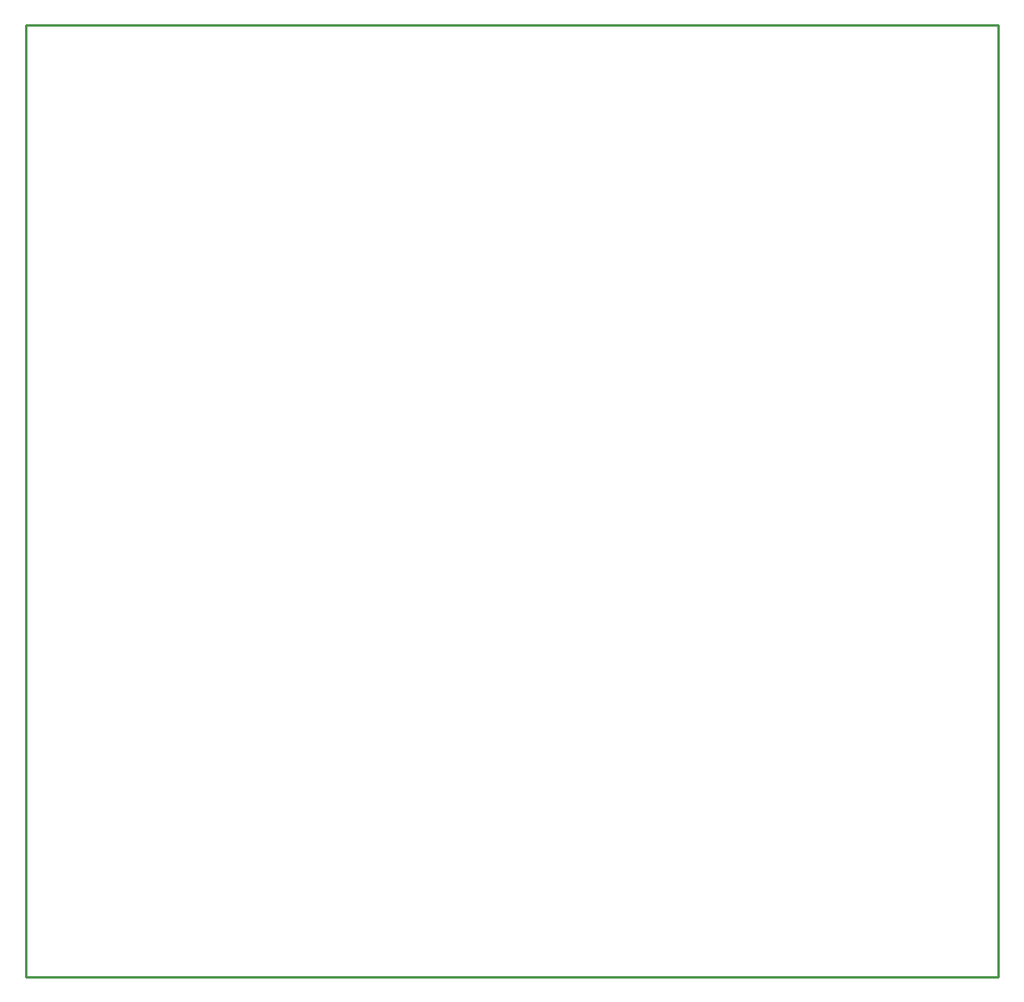
<source format=gko>
G04 Layer_Color=16711935*
%FSLAX25Y25*%
%MOIN*%
G70*
G01*
G75*
%ADD23C,0.01000*%
D23*
X401575Y0D02*
Y393000D01*
X0D02*
X401575D01*
X0Y0D02*
X401575D01*
X0D02*
Y393000D01*
M02*

</source>
